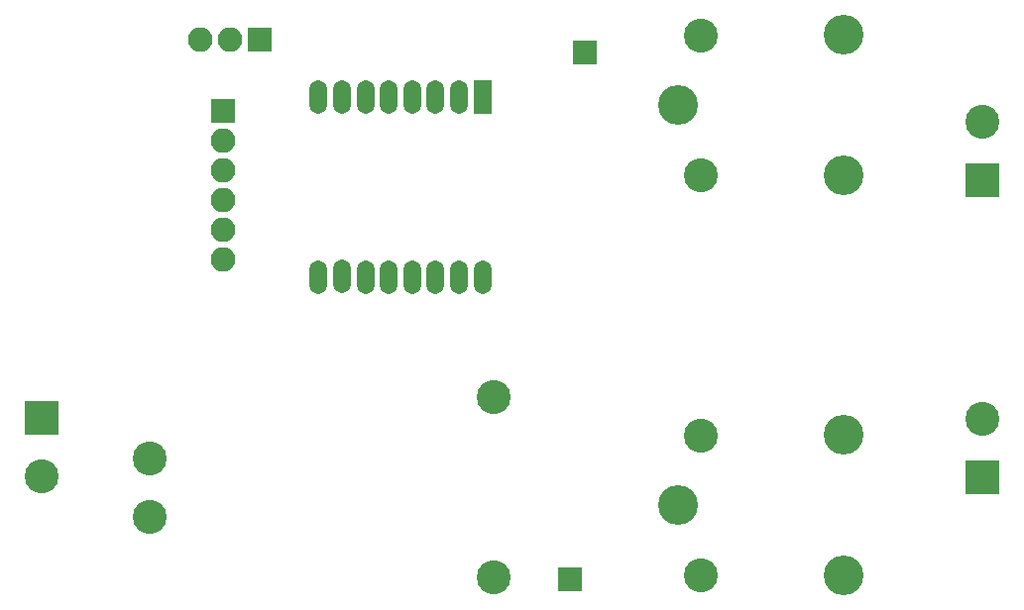
<source format=gbs>
G04 #@! TF.GenerationSoftware,KiCad,Pcbnew,(2017-04-22 revision b38541345)-makepkg*
G04 #@! TF.CreationDate,2017-06-22T14:02:38-07:00*
G04 #@! TF.ProjectId,WifiRelay,5769666952656C61792E6B696361645F,rev?*
G04 #@! TF.FileFunction,Soldermask,Bot*
G04 #@! TF.FilePolarity,Negative*
%FSLAX46Y46*%
G04 Gerber Fmt 4.6, Leading zero omitted, Abs format (unit mm)*
G04 Created by KiCad (PCBNEW (2017-04-22 revision b38541345)-makepkg) date 06/22/17 14:02:38*
%MOMM*%
%LPD*%
G01*
G04 APERTURE LIST*
%ADD10C,0.100000*%
%ADD11R,2.900000X2.900000*%
%ADD12C,2.900000*%
%ADD13R,2.100000X2.100000*%
%ADD14O,2.100000X2.100000*%
%ADD15R,1.500000X2.900000*%
%ADD16O,1.500000X2.900000*%
%ADD17C,3.400000*%
G04 APERTURE END LIST*
D10*
D11*
X146045600Y-116348000D03*
D12*
X146045600Y-111348000D03*
D11*
X65665600Y-111268000D03*
D12*
X65665600Y-116268000D03*
D13*
X81159600Y-85004400D03*
D14*
X81159600Y-87544400D03*
X81159600Y-90084400D03*
X81159600Y-92624400D03*
X81159600Y-95164400D03*
X81159600Y-97704400D03*
D11*
X146045600Y-90948000D03*
D12*
X146045600Y-85948000D03*
D15*
X103333800Y-83847200D03*
D16*
X101333800Y-83847200D03*
X99333800Y-83847200D03*
X97333800Y-83847200D03*
X95333800Y-83847200D03*
X93333800Y-83847200D03*
X91333800Y-83847200D03*
X89333800Y-83847200D03*
X89333800Y-99247200D03*
X91333800Y-99147200D03*
X93333800Y-99247200D03*
X95333800Y-99247200D03*
X97333800Y-99247200D03*
X99333800Y-99247200D03*
X101333800Y-99247200D03*
X103333800Y-99247200D03*
D17*
X120020200Y-84514460D03*
D12*
X121970200Y-78564460D03*
D17*
X134220200Y-78514460D03*
X134170200Y-90564460D03*
D12*
X121970200Y-90564460D03*
X121970200Y-124765800D03*
D17*
X134170200Y-124765800D03*
X134220200Y-112715800D03*
D12*
X121970200Y-112765800D03*
D17*
X120020200Y-118715800D03*
D12*
X74925420Y-114731920D03*
X74925420Y-119731920D03*
X104325420Y-109531920D03*
X104325420Y-124931920D03*
D13*
X110788700Y-125111000D03*
X112096800Y-80076800D03*
D14*
X79203800Y-78933800D03*
X81743800Y-78933800D03*
D13*
X84283800Y-78933800D03*
M02*

</source>
